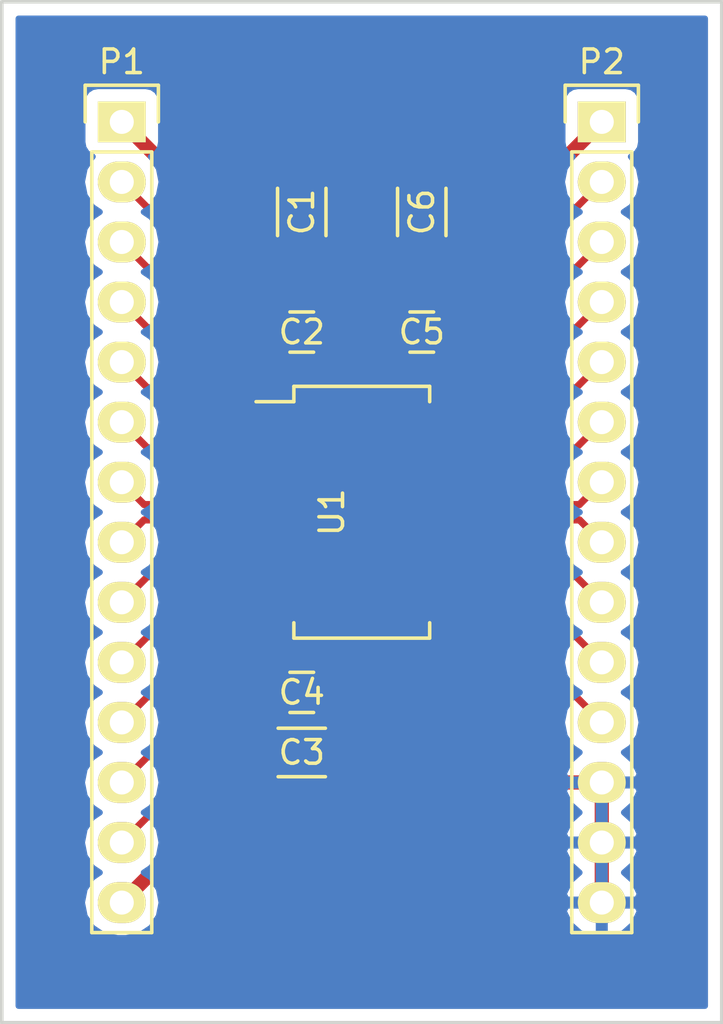
<source format=kicad_pcb>
(kicad_pcb (version 4) (host pcbnew 4.0.2-4+6225~38~ubuntu14.04.1-stable)

  (general
    (links 42)
    (no_connects 0)
    (area 154.864999 86.284999 185.495001 129.615001)
    (thickness 1.6)
    (drawings 4)
    (tracks 111)
    (zones 0)
    (modules 9)
    (nets 27)
  )

  (page A4)
  (layers
    (0 F.Cu signal)
    (31 B.Cu signal)
    (33 F.Adhes user)
    (35 F.Paste user)
    (37 F.SilkS user)
    (39 F.Mask user)
    (40 Dwgs.User user)
    (41 Cmts.User user)
    (42 Eco1.User user)
    (43 Eco2.User user)
    (44 Edge.Cuts user)
    (45 Margin user)
    (47 F.CrtYd user)
    (49 F.Fab user)
  )

  (setup
    (last_trace_width 0.3)
    (user_trace_width 0.6)
    (trace_clearance 0.25)
    (zone_clearance 0.508)
    (zone_45_only no)
    (trace_min 0.2)
    (segment_width 0.2)
    (edge_width 0.15)
    (via_size 1.5)
    (via_drill 1)
    (via_min_size 0.4)
    (via_min_drill 0.3)
    (uvia_size 0.3)
    (uvia_drill 0.1)
    (uvias_allowed no)
    (uvia_min_size 0.2)
    (uvia_min_drill 0.1)
    (pcb_text_width 0.3)
    (pcb_text_size 1.5 1.5)
    (mod_edge_width 0.15)
    (mod_text_size 1 1)
    (mod_text_width 0.15)
    (pad_size 1.524 1.524)
    (pad_drill 0.762)
    (pad_to_mask_clearance 0.2)
    (aux_axis_origin 0 0)
    (visible_elements FFFFFF7F)
    (pcbplotparams
      (layerselection 0x01000_80000001)
      (usegerberextensions false)
      (excludeedgelayer true)
      (linewidth 0.100000)
      (plotframeref false)
      (viasonmask false)
      (mode 1)
      (useauxorigin false)
      (hpglpennumber 1)
      (hpglpenspeed 20)
      (hpglpendiameter 15)
      (hpglpenoverlay 2)
      (psnegative false)
      (psa4output false)
      (plotreference true)
      (plotvalue true)
      (plotinvisibletext false)
      (padsonsilk false)
      (subtractmaskfromsilk false)
      (outputformat 1)
      (mirror false)
      (drillshape 0)
      (scaleselection 1)
      (outputdirectory manufacture/))
  )

  (net 0 "")
  (net 1 "Net-(C1-Pad1)")
  (net 2 GND)
  (net 3 "Net-(C3-Pad1)")
  (net 4 "Net-(C5-Pad1)")
  (net 5 "Net-(P1-Pad2)")
  (net 6 "Net-(P1-Pad3)")
  (net 7 "Net-(P1-Pad4)")
  (net 8 "Net-(P1-Pad5)")
  (net 9 "Net-(P1-Pad6)")
  (net 10 "Net-(P1-Pad7)")
  (net 11 "Net-(P1-Pad8)")
  (net 12 "Net-(P1-Pad9)")
  (net 13 "Net-(P1-Pad10)")
  (net 14 "Net-(P1-Pad11)")
  (net 15 "Net-(P1-Pad12)")
  (net 16 "Net-(P1-Pad13)")
  (net 17 "Net-(P2-Pad11)")
  (net 18 "Net-(P2-Pad10)")
  (net 19 "Net-(P2-Pad9)")
  (net 20 "Net-(P2-Pad8)")
  (net 21 "Net-(P2-Pad7)")
  (net 22 "Net-(P2-Pad6)")
  (net 23 "Net-(P2-Pad5)")
  (net 24 "Net-(P2-Pad4)")
  (net 25 "Net-(P2-Pad3)")
  (net 26 "Net-(P2-Pad2)")

  (net_class Default "This is the default net class."
    (clearance 0.25)
    (trace_width 0.3)
    (via_dia 1.5)
    (via_drill 1)
    (uvia_dia 0.3)
    (uvia_drill 0.1)
    (add_net GND)
    (add_net "Net-(C1-Pad1)")
    (add_net "Net-(C3-Pad1)")
    (add_net "Net-(C5-Pad1)")
    (add_net "Net-(P1-Pad10)")
    (add_net "Net-(P1-Pad11)")
    (add_net "Net-(P1-Pad12)")
    (add_net "Net-(P1-Pad13)")
    (add_net "Net-(P1-Pad2)")
    (add_net "Net-(P1-Pad3)")
    (add_net "Net-(P1-Pad4)")
    (add_net "Net-(P1-Pad5)")
    (add_net "Net-(P1-Pad6)")
    (add_net "Net-(P1-Pad7)")
    (add_net "Net-(P1-Pad8)")
    (add_net "Net-(P1-Pad9)")
    (add_net "Net-(P2-Pad10)")
    (add_net "Net-(P2-Pad11)")
    (add_net "Net-(P2-Pad2)")
    (add_net "Net-(P2-Pad3)")
    (add_net "Net-(P2-Pad4)")
    (add_net "Net-(P2-Pad5)")
    (add_net "Net-(P2-Pad6)")
    (add_net "Net-(P2-Pad7)")
    (add_net "Net-(P2-Pad8)")
    (add_net "Net-(P2-Pad9)")
  )

  (module Capacitors_SMD:C_1206_HandSoldering (layer F.Cu) (tedit 56E2CD7D) (tstamp 56E2C212)
    (at 167.64 95.25 90)
    (descr "Capacitor SMD 1206, hand soldering")
    (tags "capacitor 1206")
    (path /56E2CDE9)
    (attr smd)
    (fp_text reference C1 (at 0 0 90) (layer F.SilkS)
      (effects (font (size 1 1) (thickness 0.15)))
    )
    (fp_text value 10u (at 5.08 0 90) (layer F.Fab)
      (effects (font (size 1 1) (thickness 0.15)))
    )
    (fp_line (start -3.3 -1.15) (end 3.3 -1.15) (layer F.CrtYd) (width 0.05))
    (fp_line (start -3.3 1.15) (end 3.3 1.15) (layer F.CrtYd) (width 0.05))
    (fp_line (start -3.3 -1.15) (end -3.3 1.15) (layer F.CrtYd) (width 0.05))
    (fp_line (start 3.3 -1.15) (end 3.3 1.15) (layer F.CrtYd) (width 0.05))
    (fp_line (start 1 -1.025) (end -1 -1.025) (layer F.SilkS) (width 0.15))
    (fp_line (start -1 1.025) (end 1 1.025) (layer F.SilkS) (width 0.15))
    (pad 1 smd rect (at -2 0 90) (size 2 1.6) (layers F.Cu F.Paste F.Mask)
      (net 1 "Net-(C1-Pad1)"))
    (pad 2 smd rect (at 2 0 90) (size 2 1.6) (layers F.Cu F.Paste F.Mask)
      (net 2 GND))
    (model Capacitors_SMD.3dshapes/C_1206_HandSoldering.wrl
      (at (xyz 0 0 0))
      (scale (xyz 1 1 1))
      (rotate (xyz 0 0 0))
    )
  )

  (module Capacitors_SMD:C_0805_HandSoldering (layer F.Cu) (tedit 56E2C358) (tstamp 56E2C218)
    (at 167.64 100.33)
    (descr "Capacitor SMD 0805, hand soldering")
    (tags "capacitor 0805")
    (path /56E2CCED)
    (attr smd)
    (fp_text reference C2 (at 0 0) (layer F.SilkS)
      (effects (font (size 1 1) (thickness 0.15)))
    )
    (fp_text value 100n (at 5.08 0) (layer F.Fab)
      (effects (font (size 1 1) (thickness 0.15)))
    )
    (fp_line (start -2.3 -1) (end 2.3 -1) (layer F.CrtYd) (width 0.05))
    (fp_line (start -2.3 1) (end 2.3 1) (layer F.CrtYd) (width 0.05))
    (fp_line (start -2.3 -1) (end -2.3 1) (layer F.CrtYd) (width 0.05))
    (fp_line (start 2.3 -1) (end 2.3 1) (layer F.CrtYd) (width 0.05))
    (fp_line (start 0.5 -0.85) (end -0.5 -0.85) (layer F.SilkS) (width 0.15))
    (fp_line (start -0.5 0.85) (end 0.5 0.85) (layer F.SilkS) (width 0.15))
    (pad 1 smd rect (at -1.25 0) (size 1.5 1.25) (layers F.Cu F.Paste F.Mask)
      (net 1 "Net-(C1-Pad1)"))
    (pad 2 smd rect (at 1.25 0) (size 1.5 1.25) (layers F.Cu F.Paste F.Mask)
      (net 2 GND))
    (model Capacitors_SMD.3dshapes/C_0805_HandSoldering.wrl
      (at (xyz 0 0 0))
      (scale (xyz 1 1 1))
      (rotate (xyz 0 0 0))
    )
  )

  (module Capacitors_SMD:C_1206_HandSoldering (layer F.Cu) (tedit 56E2CD76) (tstamp 56E2C21E)
    (at 167.64 118.11)
    (descr "Capacitor SMD 1206, hand soldering")
    (tags "capacitor 1206")
    (path /56E2CC4E)
    (attr smd)
    (fp_text reference C3 (at 0 0) (layer F.SilkS)
      (effects (font (size 1 1) (thickness 0.15)))
    )
    (fp_text value 10u (at 5.08 0) (layer F.Fab)
      (effects (font (size 1 1) (thickness 0.15)))
    )
    (fp_line (start -3.3 -1.15) (end 3.3 -1.15) (layer F.CrtYd) (width 0.05))
    (fp_line (start -3.3 1.15) (end 3.3 1.15) (layer F.CrtYd) (width 0.05))
    (fp_line (start -3.3 -1.15) (end -3.3 1.15) (layer F.CrtYd) (width 0.05))
    (fp_line (start 3.3 -1.15) (end 3.3 1.15) (layer F.CrtYd) (width 0.05))
    (fp_line (start 1 -1.025) (end -1 -1.025) (layer F.SilkS) (width 0.15))
    (fp_line (start -1 1.025) (end 1 1.025) (layer F.SilkS) (width 0.15))
    (pad 1 smd rect (at -2 0) (size 2 1.6) (layers F.Cu F.Paste F.Mask)
      (net 3 "Net-(C3-Pad1)"))
    (pad 2 smd rect (at 2 0) (size 2 1.6) (layers F.Cu F.Paste F.Mask)
      (net 2 GND))
    (model Capacitors_SMD.3dshapes/C_1206_HandSoldering.wrl
      (at (xyz 0 0 0))
      (scale (xyz 1 1 1))
      (rotate (xyz 0 0 0))
    )
  )

  (module Capacitors_SMD:C_0805_HandSoldering (layer F.Cu) (tedit 56E2CD74) (tstamp 56E2C224)
    (at 167.64 115.57)
    (descr "Capacitor SMD 0805, hand soldering")
    (tags "capacitor 0805")
    (path /56E2CBF9)
    (attr smd)
    (fp_text reference C4 (at 0 0) (layer F.SilkS)
      (effects (font (size 1 1) (thickness 0.15)))
    )
    (fp_text value 100n (at 5.08 0) (layer F.Fab)
      (effects (font (size 1 1) (thickness 0.15)))
    )
    (fp_line (start -2.3 -1) (end 2.3 -1) (layer F.CrtYd) (width 0.05))
    (fp_line (start -2.3 1) (end 2.3 1) (layer F.CrtYd) (width 0.05))
    (fp_line (start -2.3 -1) (end -2.3 1) (layer F.CrtYd) (width 0.05))
    (fp_line (start 2.3 -1) (end 2.3 1) (layer F.CrtYd) (width 0.05))
    (fp_line (start 0.5 -0.85) (end -0.5 -0.85) (layer F.SilkS) (width 0.15))
    (fp_line (start -0.5 0.85) (end 0.5 0.85) (layer F.SilkS) (width 0.15))
    (pad 1 smd rect (at -1.25 0) (size 1.5 1.25) (layers F.Cu F.Paste F.Mask)
      (net 3 "Net-(C3-Pad1)"))
    (pad 2 smd rect (at 1.25 0) (size 1.5 1.25) (layers F.Cu F.Paste F.Mask)
      (net 2 GND))
    (model Capacitors_SMD.3dshapes/C_0805_HandSoldering.wrl
      (at (xyz 0 0 0))
      (scale (xyz 1 1 1))
      (rotate (xyz 0 0 0))
    )
  )

  (module Capacitors_SMD:C_0805_HandSoldering (layer F.Cu) (tedit 56E2C362) (tstamp 56E2C22A)
    (at 172.72 100.33 180)
    (descr "Capacitor SMD 0805, hand soldering")
    (tags "capacitor 0805")
    (path /56E2CEAC)
    (attr smd)
    (fp_text reference C5 (at 0 0 180) (layer F.SilkS)
      (effects (font (size 1 1) (thickness 0.15)))
    )
    (fp_text value 100n (at 5.08 0 180) (layer F.Fab)
      (effects (font (size 1 1) (thickness 0.15)))
    )
    (fp_line (start -2.3 -1) (end 2.3 -1) (layer F.CrtYd) (width 0.05))
    (fp_line (start -2.3 1) (end 2.3 1) (layer F.CrtYd) (width 0.05))
    (fp_line (start -2.3 -1) (end -2.3 1) (layer F.CrtYd) (width 0.05))
    (fp_line (start 2.3 -1) (end 2.3 1) (layer F.CrtYd) (width 0.05))
    (fp_line (start 0.5 -0.85) (end -0.5 -0.85) (layer F.SilkS) (width 0.15))
    (fp_line (start -0.5 0.85) (end 0.5 0.85) (layer F.SilkS) (width 0.15))
    (pad 1 smd rect (at -1.25 0 180) (size 1.5 1.25) (layers F.Cu F.Paste F.Mask)
      (net 4 "Net-(C5-Pad1)"))
    (pad 2 smd rect (at 1.25 0 180) (size 1.5 1.25) (layers F.Cu F.Paste F.Mask)
      (net 2 GND))
    (model Capacitors_SMD.3dshapes/C_0805_HandSoldering.wrl
      (at (xyz 0 0 0))
      (scale (xyz 1 1 1))
      (rotate (xyz 0 0 0))
    )
  )

  (module Capacitors_SMD:C_1206_HandSoldering (layer F.Cu) (tedit 56E2CD7C) (tstamp 56E2C230)
    (at 172.72 95.25 90)
    (descr "Capacitor SMD 1206, hand soldering")
    (tags "capacitor 1206")
    (path /56E2CFA1)
    (attr smd)
    (fp_text reference C6 (at 0 0 90) (layer F.SilkS)
      (effects (font (size 1 1) (thickness 0.15)))
    )
    (fp_text value 10u (at 5.08 0 90) (layer F.Fab)
      (effects (font (size 1 1) (thickness 0.15)))
    )
    (fp_line (start -3.3 -1.15) (end 3.3 -1.15) (layer F.CrtYd) (width 0.05))
    (fp_line (start -3.3 1.15) (end 3.3 1.15) (layer F.CrtYd) (width 0.05))
    (fp_line (start -3.3 -1.15) (end -3.3 1.15) (layer F.CrtYd) (width 0.05))
    (fp_line (start 3.3 -1.15) (end 3.3 1.15) (layer F.CrtYd) (width 0.05))
    (fp_line (start 1 -1.025) (end -1 -1.025) (layer F.SilkS) (width 0.15))
    (fp_line (start -1 1.025) (end 1 1.025) (layer F.SilkS) (width 0.15))
    (pad 1 smd rect (at -2 0 90) (size 2 1.6) (layers F.Cu F.Paste F.Mask)
      (net 4 "Net-(C5-Pad1)"))
    (pad 2 smd rect (at 2 0 90) (size 2 1.6) (layers F.Cu F.Paste F.Mask)
      (net 2 GND))
    (model Capacitors_SMD.3dshapes/C_1206_HandSoldering.wrl
      (at (xyz 0 0 0))
      (scale (xyz 1 1 1))
      (rotate (xyz 0 0 0))
    )
  )

  (module dolf_kicad:SSOP-28_5.3x10.2mm_Pitch0.65mm_Clearance0.25mm (layer F.Cu) (tedit 56E2C2BA) (tstamp 56E2C250)
    (at 170.18 107.95)
    (descr "28-Lead Plastic Shrink Small Outline (SS)-5.30 mm Body [SSOP] (see Microchip Packaging Specification 00000049BS.pdf)")
    (tags "SSOP 0.65")
    (path /56E2C2EA)
    (attr smd)
    (fp_text reference U1 (at -1.27 0 90) (layer F.SilkS)
      (effects (font (size 1 1) (thickness 0.15)))
    )
    (fp_text value M10u3903-I/SS (at 1.27 0 90) (layer F.Fab)
      (effects (font (size 1 1) (thickness 0.15)))
    )
    (fp_line (start -4.75 -5.5) (end -4.75 5.5) (layer F.CrtYd) (width 0.05))
    (fp_line (start 4.75 -5.5) (end 4.75 5.5) (layer F.CrtYd) (width 0.05))
    (fp_line (start -4.75 -5.5) (end 4.75 -5.5) (layer F.CrtYd) (width 0.05))
    (fp_line (start -4.75 5.5) (end 4.75 5.5) (layer F.CrtYd) (width 0.05))
    (fp_line (start -2.875 -5.325) (end -2.875 -4.675) (layer F.SilkS) (width 0.15))
    (fp_line (start 2.875 -5.325) (end 2.875 -4.675) (layer F.SilkS) (width 0.15))
    (fp_line (start 2.875 5.325) (end 2.875 4.675) (layer F.SilkS) (width 0.15))
    (fp_line (start -2.875 5.325) (end -2.875 4.675) (layer F.SilkS) (width 0.15))
    (fp_line (start -2.875 -5.325) (end 2.875 -5.325) (layer F.SilkS) (width 0.15))
    (fp_line (start -2.875 5.325) (end 2.875 5.325) (layer F.SilkS) (width 0.15))
    (fp_line (start -2.875 -4.675) (end -4.475 -4.675) (layer F.SilkS) (width 0.15))
    (pad 1 smd rect (at -3.6 -4.225) (size 1.75 0.395) (layers F.Cu F.Paste F.Mask)
      (net 1 "Net-(C1-Pad1)"))
    (pad 2 smd rect (at -3.6 -3.575) (size 1.75 0.395) (layers F.Cu F.Paste F.Mask)
      (net 5 "Net-(P1-Pad2)"))
    (pad 3 smd rect (at -3.6 -2.925) (size 1.75 0.395) (layers F.Cu F.Paste F.Mask)
      (net 6 "Net-(P1-Pad3)"))
    (pad 4 smd rect (at -3.6 -2.275) (size 1.75 0.395) (layers F.Cu F.Paste F.Mask)
      (net 7 "Net-(P1-Pad4)"))
    (pad 5 smd rect (at -3.6 -1.625) (size 1.75 0.395) (layers F.Cu F.Paste F.Mask)
      (net 8 "Net-(P1-Pad5)"))
    (pad 6 smd rect (at -3.6 -0.975) (size 1.75 0.395) (layers F.Cu F.Paste F.Mask)
      (net 9 "Net-(P1-Pad6)"))
    (pad 7 smd rect (at -3.6 -0.325) (size 1.75 0.395) (layers F.Cu F.Paste F.Mask)
      (net 10 "Net-(P1-Pad7)"))
    (pad 8 smd rect (at -3.6 0.325) (size 1.75 0.395) (layers F.Cu F.Paste F.Mask)
      (net 11 "Net-(P1-Pad8)"))
    (pad 9 smd rect (at -3.6 0.975) (size 1.75 0.395) (layers F.Cu F.Paste F.Mask)
      (net 12 "Net-(P1-Pad9)"))
    (pad 10 smd rect (at -3.6 1.625) (size 1.75 0.395) (layers F.Cu F.Paste F.Mask)
      (net 13 "Net-(P1-Pad10)"))
    (pad 11 smd rect (at -3.6 2.275) (size 1.75 0.395) (layers F.Cu F.Paste F.Mask)
      (net 14 "Net-(P1-Pad11)"))
    (pad 12 smd rect (at -3.6 2.925) (size 1.75 0.395) (layers F.Cu F.Paste F.Mask)
      (net 15 "Net-(P1-Pad12)"))
    (pad 13 smd rect (at -3.6 3.575) (size 1.75 0.395) (layers F.Cu F.Paste F.Mask)
      (net 16 "Net-(P1-Pad13)"))
    (pad 14 smd rect (at -3.6 4.225) (size 1.75 0.395) (layers F.Cu F.Paste F.Mask)
      (net 3 "Net-(C3-Pad1)"))
    (pad 15 smd rect (at 3.6 4.225) (size 1.75 0.395) (layers F.Cu F.Paste F.Mask)
      (net 2 GND))
    (pad 16 smd rect (at 3.6 3.575) (size 1.75 0.395) (layers F.Cu F.Paste F.Mask)
      (net 2 GND))
    (pad 17 smd rect (at 3.6 2.925) (size 1.75 0.395) (layers F.Cu F.Paste F.Mask)
      (net 2 GND))
    (pad 18 smd rect (at 3.6 2.275) (size 1.75 0.395) (layers F.Cu F.Paste F.Mask)
      (net 17 "Net-(P2-Pad11)"))
    (pad 19 smd rect (at 3.6 1.625) (size 1.75 0.395) (layers F.Cu F.Paste F.Mask)
      (net 18 "Net-(P2-Pad10)"))
    (pad 20 smd rect (at 3.6 0.975) (size 1.75 0.395) (layers F.Cu F.Paste F.Mask)
      (net 19 "Net-(P2-Pad9)"))
    (pad 21 smd rect (at 3.6 0.325) (size 1.75 0.395) (layers F.Cu F.Paste F.Mask)
      (net 20 "Net-(P2-Pad8)"))
    (pad 22 smd rect (at 3.6 -0.325) (size 1.75 0.395) (layers F.Cu F.Paste F.Mask)
      (net 21 "Net-(P2-Pad7)"))
    (pad 23 smd rect (at 3.6 -0.975) (size 1.75 0.395) (layers F.Cu F.Paste F.Mask)
      (net 22 "Net-(P2-Pad6)"))
    (pad 24 smd rect (at 3.6 -1.625) (size 1.75 0.395) (layers F.Cu F.Paste F.Mask)
      (net 23 "Net-(P2-Pad5)"))
    (pad 25 smd rect (at 3.6 -2.275) (size 1.75 0.395) (layers F.Cu F.Paste F.Mask)
      (net 24 "Net-(P2-Pad4)"))
    (pad 26 smd rect (at 3.6 -2.925) (size 1.75 0.395) (layers F.Cu F.Paste F.Mask)
      (net 25 "Net-(P2-Pad3)"))
    (pad 27 smd rect (at 3.6 -3.575) (size 1.75 0.395) (layers F.Cu F.Paste F.Mask)
      (net 26 "Net-(P2-Pad2)"))
    (pad 28 smd rect (at 3.6 -4.225) (size 1.75 0.395) (layers F.Cu F.Paste F.Mask)
      (net 4 "Net-(C5-Pad1)"))
    (model Housings_SSOP.3dshapes/SSOP-28_5.3x10.2mm_Pitch0.65mm.wrl
      (at (xyz 0 0 0))
      (scale (xyz 1 1 1))
      (rotate (xyz 0 0 0))
    )
  )

  (module Pin_Headers:Pin_Header_Straight_1x14 (layer F.Cu) (tedit 56E2CBC1) (tstamp 56E2C79A)
    (at 160.02 91.44)
    (descr "Through hole pin header")
    (tags "pin header")
    (path /56E302A0)
    (fp_text reference P1 (at 0 -2.54) (layer F.SilkS)
      (effects (font (size 1 1) (thickness 0.15)))
    )
    (fp_text value CONN_01X14 (at -2.54 2.54 90) (layer F.Fab)
      (effects (font (size 1 1) (thickness 0.15)))
    )
    (fp_line (start -1.75 -1.75) (end -1.75 34.8) (layer F.CrtYd) (width 0.05))
    (fp_line (start 1.75 -1.75) (end 1.75 34.8) (layer F.CrtYd) (width 0.05))
    (fp_line (start -1.75 -1.75) (end 1.75 -1.75) (layer F.CrtYd) (width 0.05))
    (fp_line (start -1.75 34.8) (end 1.75 34.8) (layer F.CrtYd) (width 0.05))
    (fp_line (start -1.27 1.27) (end -1.27 34.29) (layer F.SilkS) (width 0.15))
    (fp_line (start -1.27 34.29) (end 1.27 34.29) (layer F.SilkS) (width 0.15))
    (fp_line (start 1.27 34.29) (end 1.27 1.27) (layer F.SilkS) (width 0.15))
    (fp_line (start 1.55 -1.55) (end 1.55 0) (layer F.SilkS) (width 0.15))
    (fp_line (start 1.27 1.27) (end -1.27 1.27) (layer F.SilkS) (width 0.15))
    (fp_line (start -1.55 0) (end -1.55 -1.55) (layer F.SilkS) (width 0.15))
    (fp_line (start -1.55 -1.55) (end 1.55 -1.55) (layer F.SilkS) (width 0.15))
    (pad 1 thru_hole rect (at 0 0) (size 2.032 1.7272) (drill 1.016) (layers *.Cu *.Mask F.SilkS)
      (net 1 "Net-(C1-Pad1)"))
    (pad 2 thru_hole oval (at 0 2.54) (size 2.032 1.7272) (drill 1.016) (layers *.Cu *.Mask F.SilkS)
      (net 5 "Net-(P1-Pad2)"))
    (pad 3 thru_hole oval (at 0 5.08) (size 2.032 1.7272) (drill 1.016) (layers *.Cu *.Mask F.SilkS)
      (net 6 "Net-(P1-Pad3)"))
    (pad 4 thru_hole oval (at 0 7.62) (size 2.032 1.7272) (drill 1.016) (layers *.Cu *.Mask F.SilkS)
      (net 7 "Net-(P1-Pad4)"))
    (pad 5 thru_hole oval (at 0 10.16) (size 2.032 1.7272) (drill 1.016) (layers *.Cu *.Mask F.SilkS)
      (net 8 "Net-(P1-Pad5)"))
    (pad 6 thru_hole oval (at 0 12.7) (size 2.032 1.7272) (drill 1.016) (layers *.Cu *.Mask F.SilkS)
      (net 9 "Net-(P1-Pad6)"))
    (pad 7 thru_hole oval (at 0 15.24) (size 2.032 1.7272) (drill 1.016) (layers *.Cu *.Mask F.SilkS)
      (net 10 "Net-(P1-Pad7)"))
    (pad 8 thru_hole oval (at 0 17.78) (size 2.032 1.7272) (drill 1.016) (layers *.Cu *.Mask F.SilkS)
      (net 11 "Net-(P1-Pad8)"))
    (pad 9 thru_hole oval (at 0 20.32) (size 2.032 1.7272) (drill 1.016) (layers *.Cu *.Mask F.SilkS)
      (net 12 "Net-(P1-Pad9)"))
    (pad 10 thru_hole oval (at 0 22.86) (size 2.032 1.7272) (drill 1.016) (layers *.Cu *.Mask F.SilkS)
      (net 13 "Net-(P1-Pad10)"))
    (pad 11 thru_hole oval (at 0 25.4) (size 2.032 1.7272) (drill 1.016) (layers *.Cu *.Mask F.SilkS)
      (net 14 "Net-(P1-Pad11)"))
    (pad 12 thru_hole oval (at 0 27.94) (size 2.032 1.7272) (drill 1.016) (layers *.Cu *.Mask F.SilkS)
      (net 15 "Net-(P1-Pad12)"))
    (pad 13 thru_hole oval (at 0 30.48) (size 2.032 1.7272) (drill 1.016) (layers *.Cu *.Mask F.SilkS)
      (net 16 "Net-(P1-Pad13)"))
    (pad 14 thru_hole oval (at 0 33.02) (size 2.032 1.7272) (drill 1.016) (layers *.Cu *.Mask F.SilkS)
      (net 3 "Net-(C3-Pad1)"))
    (model Pin_Headers.3dshapes/Pin_Header_Straight_1x14.wrl
      (at (xyz 0 -0.65 0))
      (scale (xyz 1 1 1))
      (rotate (xyz 0 0 90))
    )
  )

  (module Pin_Headers:Pin_Header_Straight_1x14 (layer F.Cu) (tedit 56E2CBC6) (tstamp 56E2C7AC)
    (at 180.34 91.44)
    (descr "Through hole pin header")
    (tags "pin header")
    (path /56E30303)
    (fp_text reference P2 (at 0 -2.54) (layer F.SilkS)
      (effects (font (size 1 1) (thickness 0.15)))
    )
    (fp_text value CONN_01X14 (at 2.54 2.54 90) (layer F.Fab)
      (effects (font (size 1 1) (thickness 0.15)))
    )
    (fp_line (start -1.75 -1.75) (end -1.75 34.8) (layer F.CrtYd) (width 0.05))
    (fp_line (start 1.75 -1.75) (end 1.75 34.8) (layer F.CrtYd) (width 0.05))
    (fp_line (start -1.75 -1.75) (end 1.75 -1.75) (layer F.CrtYd) (width 0.05))
    (fp_line (start -1.75 34.8) (end 1.75 34.8) (layer F.CrtYd) (width 0.05))
    (fp_line (start -1.27 1.27) (end -1.27 34.29) (layer F.SilkS) (width 0.15))
    (fp_line (start -1.27 34.29) (end 1.27 34.29) (layer F.SilkS) (width 0.15))
    (fp_line (start 1.27 34.29) (end 1.27 1.27) (layer F.SilkS) (width 0.15))
    (fp_line (start 1.55 -1.55) (end 1.55 0) (layer F.SilkS) (width 0.15))
    (fp_line (start 1.27 1.27) (end -1.27 1.27) (layer F.SilkS) (width 0.15))
    (fp_line (start -1.55 0) (end -1.55 -1.55) (layer F.SilkS) (width 0.15))
    (fp_line (start -1.55 -1.55) (end 1.55 -1.55) (layer F.SilkS) (width 0.15))
    (pad 1 thru_hole rect (at 0 0) (size 2.032 1.7272) (drill 1.016) (layers *.Cu *.Mask F.SilkS)
      (net 4 "Net-(C5-Pad1)"))
    (pad 2 thru_hole oval (at 0 2.54) (size 2.032 1.7272) (drill 1.016) (layers *.Cu *.Mask F.SilkS)
      (net 26 "Net-(P2-Pad2)"))
    (pad 3 thru_hole oval (at 0 5.08) (size 2.032 1.7272) (drill 1.016) (layers *.Cu *.Mask F.SilkS)
      (net 25 "Net-(P2-Pad3)"))
    (pad 4 thru_hole oval (at 0 7.62) (size 2.032 1.7272) (drill 1.016) (layers *.Cu *.Mask F.SilkS)
      (net 24 "Net-(P2-Pad4)"))
    (pad 5 thru_hole oval (at 0 10.16) (size 2.032 1.7272) (drill 1.016) (layers *.Cu *.Mask F.SilkS)
      (net 23 "Net-(P2-Pad5)"))
    (pad 6 thru_hole oval (at 0 12.7) (size 2.032 1.7272) (drill 1.016) (layers *.Cu *.Mask F.SilkS)
      (net 22 "Net-(P2-Pad6)"))
    (pad 7 thru_hole oval (at 0 15.24) (size 2.032 1.7272) (drill 1.016) (layers *.Cu *.Mask F.SilkS)
      (net 21 "Net-(P2-Pad7)"))
    (pad 8 thru_hole oval (at 0 17.78) (size 2.032 1.7272) (drill 1.016) (layers *.Cu *.Mask F.SilkS)
      (net 20 "Net-(P2-Pad8)"))
    (pad 9 thru_hole oval (at 0 20.32) (size 2.032 1.7272) (drill 1.016) (layers *.Cu *.Mask F.SilkS)
      (net 19 "Net-(P2-Pad9)"))
    (pad 10 thru_hole oval (at 0 22.86) (size 2.032 1.7272) (drill 1.016) (layers *.Cu *.Mask F.SilkS)
      (net 18 "Net-(P2-Pad10)"))
    (pad 11 thru_hole oval (at 0 25.4) (size 2.032 1.7272) (drill 1.016) (layers *.Cu *.Mask F.SilkS)
      (net 17 "Net-(P2-Pad11)"))
    (pad 12 thru_hole oval (at 0 27.94) (size 2.032 1.7272) (drill 1.016) (layers *.Cu *.Mask F.SilkS)
      (net 2 GND))
    (pad 13 thru_hole oval (at 0 30.48) (size 2.032 1.7272) (drill 1.016) (layers *.Cu *.Mask F.SilkS)
      (net 2 GND))
    (pad 14 thru_hole oval (at 0 33.02) (size 2.032 1.7272) (drill 1.016) (layers *.Cu *.Mask F.SilkS)
      (net 2 GND))
    (model Pin_Headers.3dshapes/Pin_Header_Straight_1x14.wrl
      (at (xyz 0 -0.65 0))
      (scale (xyz 1 1 1))
      (rotate (xyz 0 0 90))
    )
  )

  (gr_line (start 154.94 129.54) (end 154.94 86.36) (angle 90) (layer Edge.Cuts) (width 0.15))
  (gr_line (start 185.42 129.54) (end 154.94 129.54) (angle 90) (layer Edge.Cuts) (width 0.15))
  (gr_line (start 185.42 86.36) (end 185.42 129.54) (angle 90) (layer Edge.Cuts) (width 0.15))
  (gr_line (start 154.94 86.36) (end 185.42 86.36) (angle 90) (layer Edge.Cuts) (width 0.15))

  (segment (start 167.64 97.25) (end 165.83 97.25) (width 0.6) (layer F.Cu) (net 1))
  (segment (start 165.83 97.25) (end 160.02 91.44) (width 0.6) (layer F.Cu) (net 1) (tstamp 56E2CFC0))
  (segment (start 166.39 100.33) (end 166.39 98.5) (width 0.6) (layer F.Cu) (net 1))
  (segment (start 166.39 98.5) (end 167.64 97.25) (width 0.6) (layer F.Cu) (net 1) (tstamp 56E2CD09))
  (segment (start 166.58 103.725) (end 166.58 100.52) (width 0.3) (layer F.Cu) (net 1))
  (segment (start 166.58 100.52) (end 166.39 100.33) (width 0.3) (layer F.Cu) (net 1) (tstamp 56E2CCF6))
  (segment (start 170.18 100.33) (end 170.18 111.76) (width 0.6) (layer F.Cu) (net 2))
  (segment (start 168.89 113.05) (end 168.89 115.57) (width 0.6) (layer F.Cu) (net 2) (tstamp 56E2CFB8))
  (segment (start 170.18 111.76) (end 168.89 113.05) (width 0.6) (layer F.Cu) (net 2) (tstamp 56E2CFB7))
  (segment (start 168.89 115.57) (end 170.385 115.57) (width 0.3) (layer F.Cu) (net 2))
  (segment (start 170.385 115.57) (end 173.78 112.175) (width 0.3) (layer F.Cu) (net 2) (tstamp 56E2CFAC))
  (segment (start 180.34 119.38) (end 180.34 121.92) (width 0.6) (layer F.Cu) (net 2))
  (segment (start 180.34 124.46) (end 180.34 121.92) (width 0.6) (layer F.Cu) (net 2))
  (segment (start 169.64 118.11) (end 169.64 118.84) (width 0.6) (layer F.Cu) (net 2))
  (segment (start 169.64 118.84) (end 170.18 119.38) (width 0.6) (layer F.Cu) (net 2) (tstamp 56E2CFA4))
  (segment (start 170.18 119.38) (end 180.34 119.38) (width 0.6) (layer F.Cu) (net 2) (tstamp 56E2CFA5))
  (segment (start 170.18 93.25) (end 170.18 100.33) (width 0.6) (layer F.Cu) (net 2))
  (segment (start 167.64 93.25) (end 170.18 93.25) (width 0.6) (layer F.Cu) (net 2))
  (segment (start 170.18 93.25) (end 172.72 93.25) (width 0.6) (layer F.Cu) (net 2) (tstamp 56E2CD02))
  (segment (start 168.89 100.33) (end 170.18 100.33) (width 0.6) (layer F.Cu) (net 2))
  (segment (start 170.18 100.33) (end 171.47 100.33) (width 0.6) (layer F.Cu) (net 2) (tstamp 56E2CD06))
  (segment (start 169.64 118.11) (end 170.18 118.11) (width 0.6) (layer F.Cu) (net 2))
  (segment (start 169.64 118.11) (end 169.64 116.32) (width 0.6) (layer F.Cu) (net 2))
  (segment (start 169.64 116.32) (end 168.89 115.57) (width 0.6) (layer F.Cu) (net 2) (tstamp 56E2C9D9))
  (segment (start 173.78 111.525) (end 173.78 112.175) (width 0.3) (layer F.Cu) (net 2))
  (segment (start 173.78 110.875) (end 173.78 111.525) (width 0.3) (layer F.Cu) (net 2))
  (segment (start 165.64 118.11) (end 165.64 118.84) (width 0.6) (layer F.Cu) (net 3))
  (segment (start 165.64 118.84) (end 160.02 124.46) (width 0.6) (layer F.Cu) (net 3) (tstamp 56E2CFA1))
  (segment (start 165.64 118.11) (end 165.64 116.32) (width 0.6) (layer F.Cu) (net 3))
  (segment (start 165.64 116.32) (end 166.39 115.57) (width 0.6) (layer F.Cu) (net 3) (tstamp 56E2C9C9))
  (segment (start 166.58 112.175) (end 166.58 115.38) (width 0.3) (layer F.Cu) (net 3))
  (segment (start 166.58 115.38) (end 166.39 115.57) (width 0.3) (layer F.Cu) (net 3) (tstamp 56E2C9C2))
  (segment (start 166.58 115.34) (end 166.35 115.57) (width 0.3) (layer F.Cu) (net 3) (tstamp 56E2C8E3))
  (segment (start 172.72 97.25) (end 174.53 97.25) (width 0.6) (layer F.Cu) (net 4))
  (segment (start 174.53 97.25) (end 180.34 91.44) (width 0.6) (layer F.Cu) (net 4) (tstamp 56E2D015))
  (segment (start 173.97 100.33) (end 173.97 98.5) (width 0.6) (layer F.Cu) (net 4))
  (segment (start 173.97 98.5) (end 172.72 97.25) (width 0.6) (layer F.Cu) (net 4) (tstamp 56E2CD0C))
  (segment (start 173.78 103.725) (end 173.78 100.52) (width 0.3) (layer F.Cu) (net 4))
  (segment (start 173.78 100.52) (end 173.97 100.33) (width 0.3) (layer F.Cu) (net 4) (tstamp 56E2CCF9))
  (segment (start 166.58 104.375) (end 165.335 104.375) (width 0.3) (layer F.Cu) (net 5))
  (segment (start 163.83 97.79) (end 160.02 93.98) (width 0.3) (layer F.Cu) (net 5) (tstamp 56E2CF7D))
  (segment (start 163.83 102.87) (end 163.83 97.79) (width 0.3) (layer F.Cu) (net 5) (tstamp 56E2CF7B))
  (segment (start 165.335 104.375) (end 163.83 102.87) (width 0.3) (layer F.Cu) (net 5) (tstamp 56E2CF7A))
  (segment (start 166.58 105.025) (end 164.715 105.025) (width 0.3) (layer F.Cu) (net 6))
  (segment (start 163.195 99.695) (end 160.02 96.52) (width 0.3) (layer F.Cu) (net 6) (tstamp 56E2CF76))
  (segment (start 163.195 103.505) (end 163.195 99.695) (width 0.3) (layer F.Cu) (net 6) (tstamp 56E2CF74))
  (segment (start 164.715 105.025) (end 163.195 103.505) (width 0.3) (layer F.Cu) (net 6) (tstamp 56E2CF72))
  (segment (start 166.58 105.675) (end 164.095 105.675) (width 0.3) (layer F.Cu) (net 7))
  (segment (start 162.56 101.6) (end 160.02 99.06) (width 0.3) (layer F.Cu) (net 7) (tstamp 56E2CF6E))
  (segment (start 162.56 104.14) (end 162.56 101.6) (width 0.3) (layer F.Cu) (net 7) (tstamp 56E2CF6C))
  (segment (start 164.095 105.675) (end 162.56 104.14) (width 0.3) (layer F.Cu) (net 7) (tstamp 56E2CF6B))
  (segment (start 166.58 106.325) (end 163.475 106.325) (width 0.3) (layer F.Cu) (net 8))
  (segment (start 161.925 103.505) (end 160.02 101.6) (width 0.3) (layer F.Cu) (net 8) (tstamp 56E2CF67))
  (segment (start 161.925 104.775) (end 161.925 103.505) (width 0.3) (layer F.Cu) (net 8) (tstamp 56E2CF66))
  (segment (start 163.475 106.325) (end 161.925 104.775) (width 0.3) (layer F.Cu) (net 8) (tstamp 56E2CF65))
  (segment (start 166.58 106.975) (end 162.855 106.975) (width 0.3) (layer F.Cu) (net 9))
  (segment (start 162.855 106.975) (end 160.02 104.14) (width 0.3) (layer F.Cu) (net 9) (tstamp 56E2CF5B))
  (segment (start 166.58 107.625) (end 160.965 107.625) (width 0.3) (layer F.Cu) (net 10))
  (segment (start 160.965 107.625) (end 160.02 106.68) (width 0.3) (layer F.Cu) (net 10) (tstamp 56E2CF55))
  (segment (start 166.58 108.275) (end 160.965 108.275) (width 0.3) (layer F.Cu) (net 11))
  (segment (start 160.965 108.275) (end 160.02 109.22) (width 0.3) (layer F.Cu) (net 11) (tstamp 56E2CF58))
  (segment (start 166.58 108.925) (end 162.855 108.925) (width 0.3) (layer F.Cu) (net 12))
  (segment (start 162.855 108.925) (end 160.02 111.76) (width 0.3) (layer F.Cu) (net 12) (tstamp 56E2CF81))
  (segment (start 166.58 109.575) (end 163.475 109.575) (width 0.3) (layer F.Cu) (net 13))
  (segment (start 161.925 112.395) (end 160.02 114.3) (width 0.3) (layer F.Cu) (net 13) (tstamp 56E2CF88))
  (segment (start 161.925 111.125) (end 161.925 112.395) (width 0.3) (layer F.Cu) (net 13) (tstamp 56E2CF86))
  (segment (start 163.475 109.575) (end 161.925 111.125) (width 0.3) (layer F.Cu) (net 13) (tstamp 56E2CF84))
  (segment (start 166.58 110.225) (end 164.095 110.225) (width 0.3) (layer F.Cu) (net 14))
  (segment (start 162.56 114.3) (end 160.02 116.84) (width 0.3) (layer F.Cu) (net 14) (tstamp 56E2CF8F))
  (segment (start 162.56 111.76) (end 162.56 114.3) (width 0.3) (layer F.Cu) (net 14) (tstamp 56E2CF8D))
  (segment (start 164.095 110.225) (end 162.56 111.76) (width 0.3) (layer F.Cu) (net 14) (tstamp 56E2CF8C))
  (segment (start 166.58 110.875) (end 164.715 110.875) (width 0.3) (layer F.Cu) (net 15))
  (segment (start 163.195 116.205) (end 160.02 119.38) (width 0.3) (layer F.Cu) (net 15) (tstamp 56E2CF96))
  (segment (start 163.195 112.395) (end 163.195 116.205) (width 0.3) (layer F.Cu) (net 15) (tstamp 56E2CF94))
  (segment (start 164.715 110.875) (end 163.195 112.395) (width 0.3) (layer F.Cu) (net 15) (tstamp 56E2CF93))
  (segment (start 166.58 111.525) (end 165.335 111.525) (width 0.3) (layer F.Cu) (net 16))
  (segment (start 163.83 118.11) (end 160.02 121.92) (width 0.3) (layer F.Cu) (net 16) (tstamp 56E2CF9D))
  (segment (start 163.83 113.03) (end 163.83 118.11) (width 0.3) (layer F.Cu) (net 16) (tstamp 56E2CF9B))
  (segment (start 165.335 111.525) (end 163.83 113.03) (width 0.3) (layer F.Cu) (net 16) (tstamp 56E2CF9A))
  (segment (start 173.78 110.225) (end 176.265 110.225) (width 0.3) (layer F.Cu) (net 17))
  (segment (start 177.8 114.3) (end 180.34 116.84) (width 0.3) (layer F.Cu) (net 17) (tstamp 56E2CFF0))
  (segment (start 177.8 111.76) (end 177.8 114.3) (width 0.3) (layer F.Cu) (net 17) (tstamp 56E2CFEE))
  (segment (start 176.265 110.225) (end 177.8 111.76) (width 0.3) (layer F.Cu) (net 17) (tstamp 56E2CFED))
  (segment (start 173.78 109.575) (end 176.885 109.575) (width 0.3) (layer F.Cu) (net 18))
  (segment (start 178.435 112.395) (end 180.34 114.3) (width 0.3) (layer F.Cu) (net 18) (tstamp 56E2CFE9))
  (segment (start 178.435 111.125) (end 178.435 112.395) (width 0.3) (layer F.Cu) (net 18) (tstamp 56E2CFE7))
  (segment (start 176.885 109.575) (end 178.435 111.125) (width 0.3) (layer F.Cu) (net 18) (tstamp 56E2CFE5))
  (segment (start 173.78 108.925) (end 177.505 108.925) (width 0.3) (layer F.Cu) (net 19))
  (segment (start 177.505 108.925) (end 180.34 111.76) (width 0.3) (layer F.Cu) (net 19) (tstamp 56E2CFDF))
  (segment (start 173.78 108.275) (end 179.395 108.275) (width 0.3) (layer F.Cu) (net 20))
  (segment (start 179.395 108.275) (end 180.34 109.22) (width 0.3) (layer F.Cu) (net 20) (tstamp 56E2CFCE))
  (segment (start 173.78 107.625) (end 179.395 107.625) (width 0.3) (layer F.Cu) (net 21))
  (segment (start 179.395 107.625) (end 180.34 106.68) (width 0.3) (layer F.Cu) (net 21) (tstamp 56E2CFCB))
  (segment (start 173.78 106.975) (end 177.505 106.975) (width 0.3) (layer F.Cu) (net 22))
  (segment (start 177.505 106.975) (end 180.34 104.14) (width 0.3) (layer F.Cu) (net 22) (tstamp 56E2CFF4))
  (segment (start 173.78 106.325) (end 176.885 106.325) (width 0.3) (layer F.Cu) (net 23))
  (segment (start 178.435 103.505) (end 180.34 101.6) (width 0.3) (layer F.Cu) (net 23) (tstamp 56E2CFFC))
  (segment (start 178.435 104.775) (end 178.435 103.505) (width 0.3) (layer F.Cu) (net 23) (tstamp 56E2CFFA))
  (segment (start 176.885 106.325) (end 178.435 104.775) (width 0.3) (layer F.Cu) (net 23) (tstamp 56E2CFF8))
  (segment (start 173.78 105.675) (end 176.265 105.675) (width 0.3) (layer F.Cu) (net 24))
  (segment (start 177.8 101.6) (end 180.34 99.06) (width 0.3) (layer F.Cu) (net 24) (tstamp 56E2D004))
  (segment (start 177.8 104.14) (end 177.8 101.6) (width 0.3) (layer F.Cu) (net 24) (tstamp 56E2D002))
  (segment (start 176.265 105.675) (end 177.8 104.14) (width 0.3) (layer F.Cu) (net 24) (tstamp 56E2D000))
  (segment (start 173.78 105.025) (end 175.645 105.025) (width 0.3) (layer F.Cu) (net 25))
  (segment (start 177.165 99.695) (end 180.34 96.52) (width 0.3) (layer F.Cu) (net 25) (tstamp 56E2D00A))
  (segment (start 177.165 103.505) (end 177.165 99.695) (width 0.3) (layer F.Cu) (net 25) (tstamp 56E2D009))
  (segment (start 175.645 105.025) (end 177.165 103.505) (width 0.3) (layer F.Cu) (net 25) (tstamp 56E2D008))
  (segment (start 173.78 104.375) (end 175.025 104.375) (width 0.3) (layer F.Cu) (net 26))
  (segment (start 176.53 97.79) (end 180.34 93.98) (width 0.3) (layer F.Cu) (net 26) (tstamp 56E2D011))
  (segment (start 176.53 102.87) (end 176.53 97.79) (width 0.3) (layer F.Cu) (net 26) (tstamp 56E2D00F))
  (segment (start 175.025 104.375) (end 176.53 102.87) (width 0.3) (layer F.Cu) (net 26) (tstamp 56E2D00E))

  (zone (net 2) (net_name GND) (layer B.Cu) (tstamp 56E2D0A4) (hatch edge 0.508)
    (connect_pads (clearance 0.508))
    (min_thickness 0.254)
    (fill yes (arc_segments 16) (thermal_gap 0.508) (thermal_bridge_width 0.508))
    (polygon
      (pts
        (xy 185.42 129.54) (xy 154.94 129.54) (xy 154.94 86.36) (xy 185.42 86.36) (xy 185.42 129.54)
      )
    )
    (filled_polygon
      (pts
        (xy 184.71 128.83) (xy 155.65 128.83) (xy 155.65 93.98) (xy 158.336655 93.98) (xy 158.450729 94.553489)
        (xy 158.775585 95.03967) (xy 159.090366 95.25) (xy 158.775585 95.46033) (xy 158.450729 95.946511) (xy 158.336655 96.52)
        (xy 158.450729 97.093489) (xy 158.775585 97.57967) (xy 159.090366 97.79) (xy 158.775585 98.00033) (xy 158.450729 98.486511)
        (xy 158.336655 99.06) (xy 158.450729 99.633489) (xy 158.775585 100.11967) (xy 159.090366 100.33) (xy 158.775585 100.54033)
        (xy 158.450729 101.026511) (xy 158.336655 101.6) (xy 158.450729 102.173489) (xy 158.775585 102.65967) (xy 159.090366 102.87)
        (xy 158.775585 103.08033) (xy 158.450729 103.566511) (xy 158.336655 104.14) (xy 158.450729 104.713489) (xy 158.775585 105.19967)
        (xy 159.090366 105.41) (xy 158.775585 105.62033) (xy 158.450729 106.106511) (xy 158.336655 106.68) (xy 158.450729 107.253489)
        (xy 158.775585 107.73967) (xy 159.090366 107.95) (xy 158.775585 108.16033) (xy 158.450729 108.646511) (xy 158.336655 109.22)
        (xy 158.450729 109.793489) (xy 158.775585 110.27967) (xy 159.090366 110.49) (xy 158.775585 110.70033) (xy 158.450729 111.186511)
        (xy 158.336655 111.76) (xy 158.450729 112.333489) (xy 158.775585 112.81967) (xy 159.090366 113.03) (xy 158.775585 113.24033)
        (xy 158.450729 113.726511) (xy 158.336655 114.3) (xy 158.450729 114.873489) (xy 158.775585 115.35967) (xy 159.090366 115.57)
        (xy 158.775585 115.78033) (xy 158.450729 116.266511) (xy 158.336655 116.84) (xy 158.450729 117.413489) (xy 158.775585 117.89967)
        (xy 159.090366 118.11) (xy 158.775585 118.32033) (xy 158.450729 118.806511) (xy 158.336655 119.38) (xy 158.450729 119.953489)
        (xy 158.775585 120.43967) (xy 159.090366 120.65) (xy 158.775585 120.86033) (xy 158.450729 121.346511) (xy 158.336655 121.92)
        (xy 158.450729 122.493489) (xy 158.775585 122.97967) (xy 159.090366 123.19) (xy 158.775585 123.40033) (xy 158.450729 123.886511)
        (xy 158.336655 124.46) (xy 158.450729 125.033489) (xy 158.775585 125.51967) (xy 159.261766 125.844526) (xy 159.835255 125.9586)
        (xy 160.204745 125.9586) (xy 160.778234 125.844526) (xy 161.264415 125.51967) (xy 161.589271 125.033489) (xy 161.63193 124.819026)
        (xy 178.732642 124.819026) (xy 178.735291 124.834791) (xy 178.989268 125.362036) (xy 179.42568 125.751954) (xy 179.978087 125.945184)
        (xy 180.213 125.800924) (xy 180.213 124.587) (xy 180.467 124.587) (xy 180.467 125.800924) (xy 180.701913 125.945184)
        (xy 181.25432 125.751954) (xy 181.690732 125.362036) (xy 181.944709 124.834791) (xy 181.947358 124.819026) (xy 181.826217 124.587)
        (xy 180.467 124.587) (xy 180.213 124.587) (xy 178.853783 124.587) (xy 178.732642 124.819026) (xy 161.63193 124.819026)
        (xy 161.703345 124.46) (xy 161.589271 123.886511) (xy 161.264415 123.40033) (xy 160.949634 123.19) (xy 161.264415 122.97967)
        (xy 161.589271 122.493489) (xy 161.63193 122.279026) (xy 178.732642 122.279026) (xy 178.735291 122.294791) (xy 178.989268 122.822036)
        (xy 179.401108 123.19) (xy 178.989268 123.557964) (xy 178.735291 124.085209) (xy 178.732642 124.100974) (xy 178.853783 124.333)
        (xy 180.213 124.333) (xy 180.213 122.047) (xy 180.467 122.047) (xy 180.467 124.333) (xy 181.826217 124.333)
        (xy 181.947358 124.100974) (xy 181.944709 124.085209) (xy 181.690732 123.557964) (xy 181.278892 123.19) (xy 181.690732 122.822036)
        (xy 181.944709 122.294791) (xy 181.947358 122.279026) (xy 181.826217 122.047) (xy 180.467 122.047) (xy 180.213 122.047)
        (xy 178.853783 122.047) (xy 178.732642 122.279026) (xy 161.63193 122.279026) (xy 161.703345 121.92) (xy 161.589271 121.346511)
        (xy 161.264415 120.86033) (xy 160.949634 120.65) (xy 161.264415 120.43967) (xy 161.589271 119.953489) (xy 161.63193 119.739026)
        (xy 178.732642 119.739026) (xy 178.735291 119.754791) (xy 178.989268 120.282036) (xy 179.401108 120.65) (xy 178.989268 121.017964)
        (xy 178.735291 121.545209) (xy 178.732642 121.560974) (xy 178.853783 121.793) (xy 180.213 121.793) (xy 180.213 119.507)
        (xy 180.467 119.507) (xy 180.467 121.793) (xy 181.826217 121.793) (xy 181.947358 121.560974) (xy 181.944709 121.545209)
        (xy 181.690732 121.017964) (xy 181.278892 120.65) (xy 181.690732 120.282036) (xy 181.944709 119.754791) (xy 181.947358 119.739026)
        (xy 181.826217 119.507) (xy 180.467 119.507) (xy 180.213 119.507) (xy 178.853783 119.507) (xy 178.732642 119.739026)
        (xy 161.63193 119.739026) (xy 161.703345 119.38) (xy 161.589271 118.806511) (xy 161.264415 118.32033) (xy 160.949634 118.11)
        (xy 161.264415 117.89967) (xy 161.589271 117.413489) (xy 161.703345 116.84) (xy 161.589271 116.266511) (xy 161.264415 115.78033)
        (xy 160.949634 115.57) (xy 161.264415 115.35967) (xy 161.589271 114.873489) (xy 161.703345 114.3) (xy 161.589271 113.726511)
        (xy 161.264415 113.24033) (xy 160.949634 113.03) (xy 161.264415 112.81967) (xy 161.589271 112.333489) (xy 161.703345 111.76)
        (xy 161.589271 111.186511) (xy 161.264415 110.70033) (xy 160.949634 110.49) (xy 161.264415 110.27967) (xy 161.589271 109.793489)
        (xy 161.703345 109.22) (xy 161.589271 108.646511) (xy 161.264415 108.16033) (xy 160.949634 107.95) (xy 161.264415 107.73967)
        (xy 161.589271 107.253489) (xy 161.703345 106.68) (xy 161.589271 106.106511) (xy 161.264415 105.62033) (xy 160.949634 105.41)
        (xy 161.264415 105.19967) (xy 161.589271 104.713489) (xy 161.703345 104.14) (xy 161.589271 103.566511) (xy 161.264415 103.08033)
        (xy 160.949634 102.87) (xy 161.264415 102.65967) (xy 161.589271 102.173489) (xy 161.703345 101.6) (xy 161.589271 101.026511)
        (xy 161.264415 100.54033) (xy 160.949634 100.33) (xy 161.264415 100.11967) (xy 161.589271 99.633489) (xy 161.703345 99.06)
        (xy 161.589271 98.486511) (xy 161.264415 98.00033) (xy 160.949634 97.79) (xy 161.264415 97.57967) (xy 161.589271 97.093489)
        (xy 161.703345 96.52) (xy 161.589271 95.946511) (xy 161.264415 95.46033) (xy 160.949634 95.25) (xy 161.264415 95.03967)
        (xy 161.589271 94.553489) (xy 161.703345 93.98) (xy 178.656655 93.98) (xy 178.770729 94.553489) (xy 179.095585 95.03967)
        (xy 179.410366 95.25) (xy 179.095585 95.46033) (xy 178.770729 95.946511) (xy 178.656655 96.52) (xy 178.770729 97.093489)
        (xy 179.095585 97.57967) (xy 179.410366 97.79) (xy 179.095585 98.00033) (xy 178.770729 98.486511) (xy 178.656655 99.06)
        (xy 178.770729 99.633489) (xy 179.095585 100.11967) (xy 179.410366 100.33) (xy 179.095585 100.54033) (xy 178.770729 101.026511)
        (xy 178.656655 101.6) (xy 178.770729 102.173489) (xy 179.095585 102.65967) (xy 179.410366 102.87) (xy 179.095585 103.08033)
        (xy 178.770729 103.566511) (xy 178.656655 104.14) (xy 178.770729 104.713489) (xy 179.095585 105.19967) (xy 179.410366 105.41)
        (xy 179.095585 105.62033) (xy 178.770729 106.106511) (xy 178.656655 106.68) (xy 178.770729 107.253489) (xy 179.095585 107.73967)
        (xy 179.410366 107.95) (xy 179.095585 108.16033) (xy 178.770729 108.646511) (xy 178.656655 109.22) (xy 178.770729 109.793489)
        (xy 179.095585 110.27967) (xy 179.410366 110.49) (xy 179.095585 110.70033) (xy 178.770729 111.186511) (xy 178.656655 111.76)
        (xy 178.770729 112.333489) (xy 179.095585 112.81967) (xy 179.410366 113.03) (xy 179.095585 113.24033) (xy 178.770729 113.726511)
        (xy 178.656655 114.3) (xy 178.770729 114.873489) (xy 179.095585 115.35967) (xy 179.410366 115.57) (xy 179.095585 115.78033)
        (xy 178.770729 116.266511) (xy 178.656655 116.84) (xy 178.770729 117.413489) (xy 179.095585 117.89967) (xy 179.405069 118.106461)
        (xy 178.989268 118.477964) (xy 178.735291 119.005209) (xy 178.732642 119.020974) (xy 178.853783 119.253) (xy 180.213 119.253)
        (xy 180.213 119.233) (xy 180.467 119.233) (xy 180.467 119.253) (xy 181.826217 119.253) (xy 181.947358 119.020974)
        (xy 181.944709 119.005209) (xy 181.690732 118.477964) (xy 181.274931 118.106461) (xy 181.584415 117.89967) (xy 181.909271 117.413489)
        (xy 182.023345 116.84) (xy 181.909271 116.266511) (xy 181.584415 115.78033) (xy 181.269634 115.57) (xy 181.584415 115.35967)
        (xy 181.909271 114.873489) (xy 182.023345 114.3) (xy 181.909271 113.726511) (xy 181.584415 113.24033) (xy 181.269634 113.03)
        (xy 181.584415 112.81967) (xy 181.909271 112.333489) (xy 182.023345 111.76) (xy 181.909271 111.186511) (xy 181.584415 110.70033)
        (xy 181.269634 110.49) (xy 181.584415 110.27967) (xy 181.909271 109.793489) (xy 182.023345 109.22) (xy 181.909271 108.646511)
        (xy 181.584415 108.16033) (xy 181.269634 107.95) (xy 181.584415 107.73967) (xy 181.909271 107.253489) (xy 182.023345 106.68)
        (xy 181.909271 106.106511) (xy 181.584415 105.62033) (xy 181.269634 105.41) (xy 181.584415 105.19967) (xy 181.909271 104.713489)
        (xy 182.023345 104.14) (xy 181.909271 103.566511) (xy 181.584415 103.08033) (xy 181.269634 102.87) (xy 181.584415 102.65967)
        (xy 181.909271 102.173489) (xy 182.023345 101.6) (xy 181.909271 101.026511) (xy 181.584415 100.54033) (xy 181.269634 100.33)
        (xy 181.584415 100.11967) (xy 181.909271 99.633489) (xy 182.023345 99.06) (xy 181.909271 98.486511) (xy 181.584415 98.00033)
        (xy 181.269634 97.79) (xy 181.584415 97.57967) (xy 181.909271 97.093489) (xy 182.023345 96.52) (xy 181.909271 95.946511)
        (xy 181.584415 95.46033) (xy 181.269634 95.25) (xy 181.584415 95.03967) (xy 181.909271 94.553489) (xy 182.023345 93.98)
        (xy 181.909271 93.406511) (xy 181.584415 92.92033) (xy 181.570087 92.910757) (xy 181.591317 92.906762) (xy 181.807441 92.76769)
        (xy 181.952431 92.55549) (xy 182.00344 92.3036) (xy 182.00344 90.5764) (xy 181.959162 90.341083) (xy 181.82009 90.124959)
        (xy 181.60789 89.979969) (xy 181.356 89.92896) (xy 179.324 89.92896) (xy 179.088683 89.973238) (xy 178.872559 90.11231)
        (xy 178.727569 90.32451) (xy 178.67656 90.5764) (xy 178.67656 92.3036) (xy 178.720838 92.538917) (xy 178.85991 92.755041)
        (xy 179.07211 92.900031) (xy 179.113439 92.9084) (xy 179.095585 92.92033) (xy 178.770729 93.406511) (xy 178.656655 93.98)
        (xy 161.703345 93.98) (xy 161.589271 93.406511) (xy 161.264415 92.92033) (xy 161.250087 92.910757) (xy 161.271317 92.906762)
        (xy 161.487441 92.76769) (xy 161.632431 92.55549) (xy 161.68344 92.3036) (xy 161.68344 90.5764) (xy 161.639162 90.341083)
        (xy 161.50009 90.124959) (xy 161.28789 89.979969) (xy 161.036 89.92896) (xy 159.004 89.92896) (xy 158.768683 89.973238)
        (xy 158.552559 90.11231) (xy 158.407569 90.32451) (xy 158.35656 90.5764) (xy 158.35656 92.3036) (xy 158.400838 92.538917)
        (xy 158.53991 92.755041) (xy 158.75211 92.900031) (xy 158.793439 92.9084) (xy 158.775585 92.92033) (xy 158.450729 93.406511)
        (xy 158.336655 93.98) (xy 155.65 93.98) (xy 155.65 87.07) (xy 184.71 87.07)
      )
    )
  )
)

</source>
